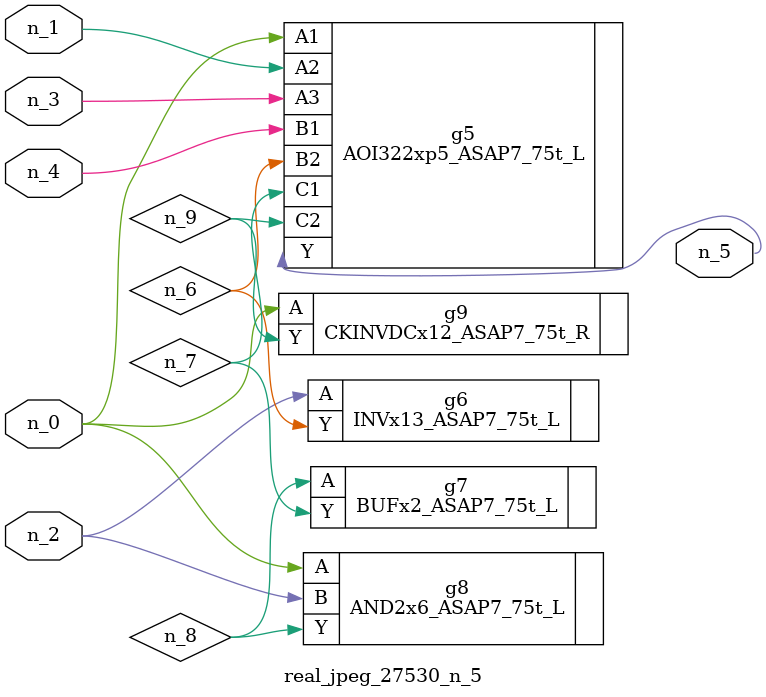
<source format=v>
module real_jpeg_27530_n_5 (n_4, n_0, n_1, n_2, n_3, n_5);

input n_4;
input n_0;
input n_1;
input n_2;
input n_3;

output n_5;

wire n_8;
wire n_6;
wire n_7;
wire n_9;

AOI322xp5_ASAP7_75t_L g5 ( 
.A1(n_0),
.A2(n_1),
.A3(n_3),
.B1(n_4),
.B2(n_6),
.C1(n_7),
.C2(n_9),
.Y(n_5)
);

AND2x6_ASAP7_75t_L g8 ( 
.A(n_0),
.B(n_2),
.Y(n_8)
);

CKINVDCx12_ASAP7_75t_R g9 ( 
.A(n_0),
.Y(n_9)
);

INVx13_ASAP7_75t_L g6 ( 
.A(n_2),
.Y(n_6)
);

BUFx2_ASAP7_75t_L g7 ( 
.A(n_8),
.Y(n_7)
);


endmodule
</source>
